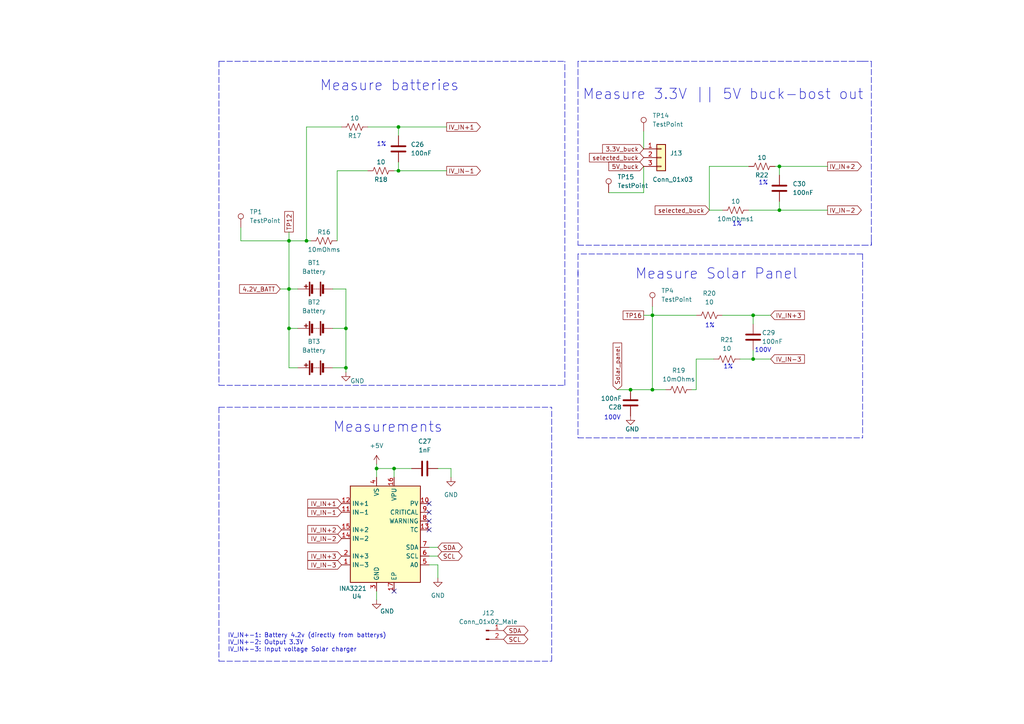
<source format=kicad_sch>
(kicad_sch (version 20211123) (generator eeschema)
  (paper "A4")
  (lib_symbols
    (symbol "Connector:Conn_01x02_Male" (pin_names (offset 1.016) hide)
      (property "Reference" "J" (at 0 2.54 0))
      (property "Value" "Conn_01x02_Male" (at 0 -5.08 0))
      (symbol "Conn_01x02_Male_1_1"
        (polyline (pts (xy 1.27 -2.54) (xy 0.8636 -2.54)) (stroke (width 0.1524)))
        (polyline (pts (xy 1.27 0) (xy 0.8636 0)) (stroke (width 0.1524)))
        (rectangle (start 0.8636 -2.413) (end 0 -2.667) (stroke (width 0.1524)) (fill (type outline)))
        (rectangle (start 0.8636 0.127) (end 0 -0.127) (stroke (width 0.1524)) (fill (type outline)))
        (pin passive line (at 5.08 0 180) (length 3.81) (name "Pin_1") (number "1"))
        (pin passive line (at 5.08 -2.54 180) (length 3.81) (name "Pin_2") (number "2"))
      )
    )
    (symbol "Connector:TestPoint" (pin_numbers hide) (pin_names (offset 0.762) hide)
      (property "Reference" "TP" (at 0 6.858 0))
      (property "Value" "TestPoint" (at 0 5.08 0))
      (symbol "TestPoint_0_1"
        (circle (center 0 3.302) (radius 0.762))
      )
      (symbol "TestPoint_1_1"
        (pin passive line (at 0 0 90) (length 2.54) (name "1") (number "1"))
      )
    )
    (symbol "Connector_Generic:Conn_01x03" (pin_names (offset 1.016) hide)
      (property "Reference" "J" (at 0 5.08 0))
      (property "Value" "Conn_01x03" (at 0 -5.08 0))
      (symbol "Conn_01x03_1_1"
        (rectangle (start -1.27 -2.413) (end 0 -2.667) (stroke (width 0.1524)))
        (rectangle (start -1.27 0.127) (end 0 -0.127) (stroke (width 0.1524)))
        (rectangle (start -1.27 2.667) (end 0 2.413) (stroke (width 0.1524)))
        (rectangle (start -1.27 3.81) (end 1.27 -3.81) (stroke (width 0.254)) (fill (type background)))
        (pin passive line (at -5.08 2.54 0) (length 3.81) (name "Pin_1") (number "1"))
        (pin passive line (at -5.08 0 0) (length 3.81) (name "Pin_2") (number "2"))
        (pin passive line (at -5.08 -2.54 0) (length 3.81) (name "Pin_3") (number "3"))
      )
    )
    (symbol "Device:Battery" (pin_numbers hide) (pin_names (offset 0) hide)
      (property "Reference" "BT" (at 2.54 2.54 0))
      (property "Value" "Battery" (at 2.54 0 0))
      (symbol "Battery_0_1"
        (rectangle (start -2.032 -1.397) (end 2.032 -1.651) (fill (type outline)))
        (rectangle (start -2.032 1.778) (end 2.032 1.524) (fill (type outline)))
        (rectangle (start -1.3208 -1.9812) (end 1.27 -2.4892) (fill (type outline)))
        (rectangle (start -1.3208 1.1938) (end 1.27 0.6858) (fill (type outline)))
        (polyline (pts (xy 0 -1.524) (xy 0 -1.27)))
        (polyline (pts (xy 0 -1.016) (xy 0 -0.762)))
        (polyline (pts (xy 0 -0.508) (xy 0 -0.254)))
        (polyline (pts (xy 0 0) (xy 0 0.254)))
        (polyline (pts (xy 0 0.508) (xy 0 0.762)))
        (polyline (pts (xy 0 1.778) (xy 0 2.54)))
        (polyline (pts (xy 0.254 2.667) (xy 1.27 2.667)) (stroke (width 0.254)))
        (polyline (pts (xy 0.762 3.175) (xy 0.762 2.159)) (stroke (width 0.254)))
      )
      (symbol "Battery_1_1"
        (pin passive line (at 0 5.08 270) (length 2.54) (name "+") (number "1"))
        (pin passive line (at 0 -5.08 90) (length 2.54) (name "-") (number "2"))
      )
    )
    (symbol "Device:C" (pin_numbers hide) (pin_names (offset 0.254))
      (property "Reference" "C" (at 0.635 2.54 0))
      (property "Value" "C" (at 0.635 -2.54 0))
      (symbol "C_0_1"
        (polyline (pts (xy -2.032 -0.762) (xy 2.032 -0.762)) (stroke (width 0.508)))
        (polyline (pts (xy -2.032 0.762) (xy 2.032 0.762)) (stroke (width 0.508)))
      )
      (symbol "C_1_1"
        (pin passive line (at 0 3.81 270) (length 2.794) (name "~") (number "1"))
        (pin passive line (at 0 -3.81 90) (length 2.794) (name "~") (number "2"))
      )
    )
    (symbol "Device:R_US" (pin_numbers hide) (pin_names (offset 0))
      (property "Reference" "R" (at 2.54 0 90))
      (property "Value" "R_US" (at -2.54 0 90))
      (symbol "R_US_0_1"
        (polyline (pts (xy 0 -2.286) (xy 0 -2.54)))
        (polyline (pts (xy 0 2.286) (xy 0 2.54)))
        (polyline (pts (xy 0 -0.762) (xy 1.016 -1.143) (xy 0 -1.524) (xy -1.016 -1.905) (xy 0 -2.286)))
        (polyline (pts (xy 0 0.762) (xy 1.016 0.381) (xy 0 0) (xy -1.016 -0.381) (xy 0 -0.762)))
        (polyline (pts (xy 0 2.286) (xy 1.016 1.905) (xy 0 1.524) (xy -1.016 1.143) (xy 0 0.762)))
      )
      (symbol "R_US_1_1"
        (pin passive line (at 0 3.81 270) (length 1.27) (name "~") (number "1"))
        (pin passive line (at 0 -3.81 90) (length 1.27) (name "~") (number "2"))
      )
    )
    (symbol "Power_Management:INA3221"
      (property "Reference" "U" (at -10.16 17.78 0))
      (property "Value" "INA3221" (at 5.08 17.78 0))
      (symbol "INA3221_0_1"
        (rectangle (start 10.16 -12.7) (end -10.16 15.24) (stroke (width 0.254)) (fill (type background)))
      )
      (symbol "INA3221_1_1"
        (pin input line (at -12.7 -7.62 0) (length 2.54) (name "IN-3") (number "1"))
        (pin open_collector line (at 12.7 10.16 180) (length 2.54) (name "PV") (number "10"))
        (pin input line (at -12.7 7.62 0) (length 2.54) (name "IN-1") (number "11"))
        (pin input line (at -12.7 10.16 0) (length 2.54) (name "IN+1") (number "12"))
        (pin open_collector line (at 12.7 2.54 180) (length 2.54) (name "TC") (number "13"))
        (pin input line (at -12.7 0 0) (length 2.54) (name "IN-2") (number "14"))
        (pin input line (at -12.7 2.54 0) (length 2.54) (name "IN+2") (number "15"))
        (pin power_in line (at 2.54 17.78 270) (length 2.54) (name "VPU") (number "16"))
        (pin passive line (at 2.54 -15.24 90) (length 2.54) (name "EP") (number "17"))
        (pin input line (at -12.7 -5.08 0) (length 2.54) (name "IN+3") (number "2"))
        (pin power_in line (at -2.54 -15.24 90) (length 2.54) (name "GND") (number "3"))
        (pin power_in line (at -2.54 17.78 270) (length 2.54) (name "VS") (number "4"))
        (pin input line (at 12.7 -7.62 180) (length 2.54) (name "A0") (number "5"))
        (pin input line (at 12.7 -5.08 180) (length 2.54) (name "SCL") (number "6"))
        (pin bidirectional line (at 12.7 -2.54 180) (length 2.54) (name "SDA") (number "7"))
        (pin open_collector line (at 12.7 5.08 180) (length 2.54) (name "WARNING") (number "8"))
        (pin open_collector line (at 12.7 7.62 180) (length 2.54) (name "CRITICAL") (number "9"))
      )
    )
    (symbol "power:+5V" (power) (pin_names (offset 0))
      (property "Value" "+5V" (at 0 3.556 0))
      (symbol "+5V_0_1"
        (polyline (pts (xy -0.762 1.27) (xy 0 2.54)))
        (polyline (pts (xy 0 0) (xy 0 2.54)))
        (polyline (pts (xy 0 2.54) (xy 0.762 1.27)))
      )
      (symbol "+5V_1_1"
        (pin power_in line (at 0 0 90) (length 0) hide (name "+5V") (number "1"))
      )
    )
    (symbol "power:GND" (power) (pin_names (offset 0))
      (property "Value" "GND" (at 0 -3.81 0))
      (symbol "GND_0_1"
        (polyline (pts (xy 0 0) (xy 0 -1.27) (xy 1.27 -1.27) (xy 0 -2.54) (xy -1.27 -1.27) (xy 0 -1.27)))
      )
      (symbol "GND_1_1"
        (pin power_in line (at 0 0 270) (length 0) hide (name "GND") (number "1"))
      )
    )
  )
  (junction (at 83.82 95.25))
  (junction (at 83.82 69.85))
  (junction (at 182.88 113.03))
  (junction (at 109.22 135.89))
  (junction (at 115.57 36.83))
  (junction (at 189.23 113.03))
  (junction (at 189.23 91.44))
  (junction (at 218.44 104.14))
  (junction (at 100.33 106.68))
  (junction (at 88.9 69.85))
  (junction (at 100.33 95.25))
  (junction (at 83.82 83.82))
  (junction (at 226.06 48.26))
  (junction (at 114.3 135.89))
  (junction (at 226.06 60.96))
  (junction (at 218.44 91.44))
  (junction (at 115.57 49.53))
  (no_connect (at 124.46 151.13))
  (no_connect (at 124.46 153.67))
  (no_connect (at 114.3 171.45))
  (no_connect (at 124.46 148.59))
  (no_connect (at 124.46 146.05))
  (wire (pts (xy 130.81 135.89) (xy 130.81 138.43)))
  (wire (pts (xy 218.44 91.44) (xy 218.44 93.98)))
  (polyline (pts (xy 160.02 191.77) (xy 160.02 118.11)))
  (wire (pts (xy 224.79 48.26) (xy 226.06 48.26)))
  (wire (pts (xy 186.69 55.88) (xy 186.69 48.26)))
  (wire (pts (xy 226.06 60.96) (xy 240.03 60.96)))
  (wire (pts (xy 88.9 36.83) (xy 88.9 69.85)))
  (wire (pts (xy 83.82 67.31) (xy 83.82 69.85)))
  (wire (pts (xy 115.57 46.99) (xy 115.57 49.53)))
  (polyline (pts (xy 252.73 71.12) (xy 252.73 69.85)))
  (wire (pts (xy 217.17 48.26) (xy 205.74 48.26)))
  (wire (pts (xy 86.36 83.82) (xy 83.82 83.82)))
  (wire (pts (xy 205.74 48.26) (xy 205.74 60.96)))
  (wire (pts (xy 201.93 104.14) (xy 201.93 113.03)))
  (wire (pts (xy 97.79 49.53) (xy 106.68 49.53)))
  (polyline (pts (xy 163.83 111.76) (xy 163.83 17.78)))
  (wire (pts (xy 182.88 113.03) (xy 189.23 113.03)))
  (wire (pts (xy 96.52 83.82) (xy 100.33 83.82)))
  (wire (pts (xy 189.23 88.9) (xy 189.23 91.44)))
  (polyline (pts (xy 252.73 17.78) (xy 252.73 71.12)))
  (wire (pts (xy 124.46 163.83) (xy 127 163.83)))
  (polyline (pts (xy 250.19 73.66) (xy 250.19 127)))
  (wire (pts (xy 109.22 134.62) (xy 109.22 135.89)))
  (wire (pts (xy 97.79 49.53) (xy 97.79 69.85)))
  (polyline (pts (xy 63.5 17.78) (xy 63.5 111.76)))
  (wire (pts (xy 179.07 113.03) (xy 182.88 113.03)))
  (polyline (pts (xy 167.64 73.66) (xy 167.64 80.01)))
  (wire (pts (xy 176.53 55.88) (xy 186.69 55.88)))
  (wire (pts (xy 115.57 49.53) (xy 129.54 49.53)))
  (wire (pts (xy 100.33 95.25) (xy 100.33 106.68)))
  (wire (pts (xy 115.57 36.83) (xy 115.57 39.37)))
  (wire (pts (xy 209.55 91.44) (xy 218.44 91.44)))
  (polyline (pts (xy 250.19 17.78) (xy 252.73 17.78)))
  (wire (pts (xy 114.3 49.53) (xy 115.57 49.53)))
  (polyline (pts (xy 167.64 78.74) (xy 167.64 127)))
  (polyline (pts (xy 167.64 17.78) (xy 167.64 24.13)))
  (wire (pts (xy 83.82 69.85) (xy 88.9 69.85)))
  (wire (pts (xy 226.06 48.26) (xy 226.06 50.8)))
  (wire (pts (xy 88.9 36.83) (xy 99.06 36.83)))
  (wire (pts (xy 83.82 95.25) (xy 86.36 95.25)))
  (wire (pts (xy 186.69 43.18) (xy 186.69 38.1)))
  (wire (pts (xy 218.44 104.14) (xy 223.52 104.14)))
  (polyline (pts (xy 167.64 24.13) (xy 167.64 71.12)))
  (polyline (pts (xy 63.5 118.11) (xy 63.5 191.77)))
  (wire (pts (xy 100.33 83.82) (xy 100.33 95.25)))
  (polyline (pts (xy 63.5 191.77) (xy 160.02 191.77)))
  (wire (pts (xy 83.82 106.68) (xy 86.36 106.68)))
  (wire (pts (xy 201.93 104.14) (xy 207.01 104.14)))
  (polyline (pts (xy 63.5 118.11) (xy 160.02 118.11)))
  (wire (pts (xy 109.22 138.43) (xy 109.22 135.89)))
  (wire (pts (xy 83.82 69.85) (xy 83.82 83.82)))
  (wire (pts (xy 115.57 36.83) (xy 129.54 36.83)))
  (wire (pts (xy 124.46 161.29) (xy 127 161.29)))
  (wire (pts (xy 114.3 135.89) (xy 119.38 135.89)))
  (wire (pts (xy 205.74 60.96) (xy 209.55 60.96)))
  (wire (pts (xy 100.33 95.25) (xy 96.52 95.25)))
  (wire (pts (xy 127 163.83) (xy 127 167.64)))
  (polyline (pts (xy 63.5 111.76) (xy 163.83 111.76)))
  (wire (pts (xy 218.44 104.14) (xy 218.44 101.6)))
  (wire (pts (xy 189.23 113.03) (xy 193.04 113.03)))
  (polyline (pts (xy 250.19 73.66) (xy 167.64 73.66)))
  (polyline (pts (xy 63.5 17.78) (xy 163.83 17.78)))
  (wire (pts (xy 124.46 158.75) (xy 127 158.75)))
  (wire (pts (xy 96.52 106.68) (xy 100.33 106.68)))
  (wire (pts (xy 81.28 83.82) (xy 83.82 83.82)))
  (polyline (pts (xy 167.64 127) (xy 250.19 127)))
  (wire (pts (xy 69.85 69.85) (xy 83.82 69.85)))
  (wire (pts (xy 226.06 48.26) (xy 240.03 48.26)))
  (wire (pts (xy 69.85 66.04) (xy 69.85 69.85)))
  (wire (pts (xy 83.82 95.25) (xy 83.82 106.68)))
  (wire (pts (xy 106.68 36.83) (xy 115.57 36.83)))
  (wire (pts (xy 109.22 135.89) (xy 114.3 135.89)))
  (wire (pts (xy 114.3 138.43) (xy 114.3 135.89)))
  (wire (pts (xy 189.23 91.44) (xy 201.93 91.44)))
  (wire (pts (xy 189.23 91.44) (xy 189.23 113.03)))
  (polyline (pts (xy 250.19 17.78) (xy 167.64 17.78)))
  (wire (pts (xy 217.17 60.96) (xy 226.06 60.96)))
  (wire (pts (xy 109.22 171.45) (xy 109.22 173.99)))
  (wire (pts (xy 200.66 113.03) (xy 201.93 113.03)))
  (wire (pts (xy 218.44 91.44) (xy 223.52 91.44)))
  (polyline (pts (xy 250.19 71.12) (xy 252.73 71.12)))
  (wire (pts (xy 214.63 104.14) (xy 218.44 104.14)))
  (polyline (pts (xy 167.64 71.12) (xy 250.19 71.12)))
  (wire (pts (xy 127 135.89) (xy 130.81 135.89)))
  (wire (pts (xy 226.06 58.42) (xy 226.06 60.96)))
  (wire (pts (xy 83.82 83.82) (xy 83.82 95.25)))
  (wire (pts (xy 100.33 107.95) (xy 100.33 106.68)))
  (wire (pts (xy 186.69 91.44) (xy 189.23 91.44)))
  (wire (pts (xy 88.9 69.85) (xy 90.17 69.85)))
  (text "1%" (at 212.344 65.786 0) (effects (font (size 1.27 1.27)) (justify left bottom)))
  (text "100V" (at 223.7641 102.4034 180) (effects (font (size 1.27 1.27)) (justify right bottom)))
  (text "Measure Solar Panel" (at 184.15 81.28 0) (effects (font (size 3 3)) (justify left bottom)))
  (text "1%" (at 209.804 107.188 0) (effects (font (size 1.27 1.27)) (justify left bottom)))
  (text "1%" (at 204.47 95.25 0) (effects (font (size 1.27 1.27)) (justify left bottom)))
  (text "100V" (at 180.0761 121.9614 180) (effects (font (size 1.27 1.27)) (justify right bottom)))
  (text "Measurements" (at 96.52 125.73 0) (effects (font (size 3 3)) (justify left bottom)))
  (text "IV_IN+-1: Battery 4.2v (directly from batterys) \nIV_IN+-2: Output 3.3V\nIV_IN+-3: Input voltage Solar charger \n" (at 66.04 189.23 0) (effects (font (size 1.27 1.27)) (justify left bottom)))
  (text "1%" (at 219.964 53.848 0) (effects (font (size 1.27 1.27)) (justify left bottom)))
  (text "1%" (at 109.22 42.672 0) (effects (font (size 1.27 1.27)) (justify left bottom)))
  (text "Measure batteries" (at 92.71 26.67 0) (effects (font (size 3 3)) (justify left bottom)))
  (text "Measure 3.3V || 5V buck-bost out" (at 168.91 29.21 0) (effects (font (size 3 3)) (justify left bottom)))
  (global_label "TP12" (shape passive) (at 83.82 67.31 90) (property "Intersheet References" "${INTERSHEET_REFS}" (effects hide)))
  (global_label "selected_buck" (shape input) (at 205.74 60.96 180) (property "Intersheet References" "${INTERSHEET_REFS}" (effects hide)))
  (global_label "4.2V_BATT" (shape input) (at 81.28 83.82 180) (property "Intersheet References" "${INTERSHEET_REFS}" (effects hide)))
  (global_label "3.3V_buck" (shape input) (at 186.69 43.18 180) (property "Intersheet References" "${INTERSHEET_REFS}" (effects hide)))
  (global_label "SCL" (shape bidirectional) (at 127 161.29 0) (property "Intersheet References" "${INTERSHEET_REFS}" (effects hide)))
  (global_label "IV_IN-2" (shape input) (at 99.06 156.21 180) (property "Intersheet References" "${INTERSHEET_REFS}" (effects hide)))
  (global_label "IV_IN+2" (shape output) (at 240.03 48.26 0) (property "Intersheet References" "${INTERSHEET_REFS}" (effects hide)))
  (global_label "IV_IN+3" (shape input) (at 99.06 161.29 180) (property "Intersheet References" "${INTERSHEET_REFS}" (effects hide)))
  (global_label "IV_IN-1" (shape output) (at 129.54 49.53 0) (property "Intersheet References" "${INTERSHEET_REFS}" (effects hide)))
  (global_label "IV_IN-1" (shape input) (at 99.06 148.59 180) (property "Intersheet References" "${INTERSHEET_REFS}" (effects hide)))
  (global_label "IV_IN+2" (shape input) (at 99.06 153.67 180) (property "Intersheet References" "${INTERSHEET_REFS}" (effects hide)))
  (global_label "IV_IN+3" (shape input) (at 223.52 91.44 0) (property "Intersheet References" "${INTERSHEET_REFS}" (effects hide)))
  (global_label "SDA" (shape bidirectional) (at 146.05 182.88 0) (property "Intersheet References" "${INTERSHEET_REFS}" (effects hide)))
  (global_label "selected_buck" (shape input) (at 186.69 45.72 180) (property "Intersheet References" "${INTERSHEET_REFS}" (effects hide)))
  (global_label "IV_IN-3" (shape input) (at 99.06 163.83 180) (property "Intersheet References" "${INTERSHEET_REFS}" (effects hide)))
  (global_label "SDA" (shape bidirectional) (at 127 158.75 0) (property "Intersheet References" "${INTERSHEET_REFS}" (effects hide)))
  (global_label "5V_buck" (shape input) (at 186.69 48.26 180) (property "Intersheet References" "${INTERSHEET_REFS}" (effects hide)))
  (global_label "IV_IN+1" (shape output) (at 129.54 36.83 0) (property "Intersheet References" "${INTERSHEET_REFS}" (effects hide)))
  (global_label "TP16" (shape passive) (at 186.69 91.44 180) (property "Intersheet References" "${INTERSHEET_REFS}" (effects hide)))
  (global_label "Solar_panel" (shape input) (at 179.07 113.03 90) (property "Intersheet References" "${INTERSHEET_REFS}" (effects hide)))
  (global_label "IV_IN+1" (shape input) (at 99.06 146.05 180) (property "Intersheet References" "${INTERSHEET_REFS}" (effects hide)))
  (global_label "SCL" (shape bidirectional) (at 146.05 185.42 0) (property "Intersheet References" "${INTERSHEET_REFS}" (effects hide)))
  (global_label "IV_IN-2" (shape output) (at 240.03 60.96 0) (property "Intersheet References" "${INTERSHEET_REFS}" (effects hide)))
  (global_label "IV_IN-3" (shape input) (at 223.52 104.14 0) (property "Intersheet References" "${INTERSHEET_REFS}" (effects hide)))
  (symbol (lib_id "Power_Management:INA3221") (at 111.76 156.21 0) (unit 1)
    (property "Reference" "U4" (at 102.108 172.974 0) (effects (justify left)))
    (property "Value" "INA3221" (at 98.298 170.688 0) (effects (justify left)))
    (property "Footprint" "Package_DFN_QFN:Texas_RGV_S-PVQFN-N16_EP2.1x2.1mm" (effects hide))
    (property "Datasheet" "http://www.ti.com/lit/ds/symlink/ina3221.pdf" (effects hide))
  )
  (symbol (lib_id "Device:C") (at 182.88 116.84 180) (unit 1)
    (property "Reference" "C28" (at 180.34 118.11 0) (effects (justify left)))
    (property "Value" "100nF" (at 180.34 115.57 0) (effects (justify left)))
    (property "Footprint" "Capacitor_SMD:C_0805_2012Metric" (effects hide))
  )
  (symbol (lib_id "Connector:TestPoint") (at 176.53 55.88 0) (unit 1)
    (property "Reference" "TP15" (at 179.07 51.3079 0) (effects (justify left)))
    (property "Value" "TestPoint" (at 179.07 53.8479 0) (effects (justify left)))
    (property "Footprint" "TestPoint:TestPoint_Loop_D2.54mm_Drill1.5mm_Beaded" (effects hide))
  )
  (symbol (lib_id "Device:R_US") (at 205.74 91.44 270) (unit 1)
    (property "Reference" "R20" (at 205.74 85.09 90))
    (property "Value" "10" (at 205.74 87.63 90))
    (property "Footprint" "Resistor_SMD:R_0805_2012Metric" (effects hide))
  )
  (symbol (lib_id "Connector:TestPoint") (at 69.85 66.04 0) (unit 1)
    (property "Reference" "TP1" (at 72.39 61.4679 0) (effects (justify left)))
    (property "Value" "TestPoint" (at 72.39 64.0079 0) (effects (justify left)))
    (property "Footprint" "TestPoint:TestPoint_Loop_D2.54mm_Drill1.5mm_Beaded" (effects hide))
  )
  (symbol (lib_id "Connector:TestPoint") (at 186.69 38.1 0) (unit 1)
    (property "Reference" "TP14" (at 189.23 33.5279 0) (effects (justify left)))
    (property "Value" "TestPoint" (at 189.23 36.0679 0) (effects (justify left)))
    (property "Footprint" "TestPoint:TestPoint_Loop_D2.54mm_Drill1.5mm_Beaded" (effects hide))
  )
  (symbol (lib_id "Device:R_US") (at 213.36 60.96 90) (unit 1)
    (property "Reference" "10mOhms1" (at 213.36 63.5 90))
    (property "Value" "10" (at 213.36 58.42 90))
    (property "Footprint" "Resistor_SMD:R_0805_2012Metric" (effects hide))
  )
  (symbol (lib_id "power:GND") (at 100.33 107.95 0) (unit 1)
    (property "Reference" "#PWR034" (effects hide))
    (property "Value" "GND" (at 101.6 110.49 0) (effects (justify left)))
  )
  (symbol (lib_id "Device:R_US") (at 93.98 69.85 90) (unit 1)
    (property "Reference" "R16" (at 93.98 67.31 90))
    (property "Value" "10mOhms" (at 93.98 72.39 90))
    (property "Footprint" "Resistor_SMD:R_0805_2012Metric" (effects hide))
  )
  (symbol (lib_id "power:GND") (at 127 167.64 0) (unit 1)
    (property "Reference" "#PWR038" (effects hide))
    (property "Value" "GND" (at 127 172.72 0))
  )
  (symbol (lib_id "Device:R_US") (at 196.85 113.03 270) (unit 1)
    (property "Reference" "R19" (at 196.85 107.442 90))
    (property "Value" "10mOhms" (at 196.85 109.982 90))
    (property "Footprint" "Resistor_SMD:R_0805_2012Metric" (effects hide))
  )
  (symbol (lib_id "Device:Battery") (at 91.44 95.25 90) (unit 1)
    (property "Reference" "BT2" (at 91.059 87.63 90))
    (property "Value" "Battery" (at 91.059 90.17 90))
    (property "Footprint" "Battery:BatteryHolder_MPD_BH-18650-PC2" (effects hide))
  )
  (symbol (lib_id "Connector:TestPoint") (at 189.23 88.9 0) (unit 1)
    (property "Reference" "TP4" (at 191.77 84.3279 0) (effects (justify left)))
    (property "Value" "TestPoint" (at 191.77 86.8679 0) (effects (justify left)))
    (property "Footprint" "TestPoint:TestPoint_Loop_D2.54mm_Drill1.5mm_Beaded" (effects hide))
  )
  (symbol (lib_id "Device:R_US") (at 102.87 36.83 90) (unit 1)
    (property "Reference" "R17" (at 102.87 39.37 90))
    (property "Value" "10" (at 102.87 34.29 90))
    (property "Footprint" "Resistor_SMD:R_0805_2012Metric" (effects hide))
  )
  (symbol (lib_id "Device:C") (at 218.44 97.79 0) (unit 1)
    (property "Reference" "C29" (at 220.98 96.52 0) (effects (justify left)))
    (property "Value" "100nF" (at 220.98 99.06 0) (effects (justify left)))
    (property "Footprint" "Capacitor_SMD:C_0805_2012Metric" (effects hide))
  )
  (symbol (lib_id "Device:C") (at 115.57 43.18 0) (unit 1)
    (property "Reference" "C26" (at 119.126 41.9099 0) (effects (justify left)))
    (property "Value" "100nF" (at 119.126 44.4499 0) (effects (justify left)))
    (property "Footprint" "Capacitor_SMD:C_0805_2012Metric" (effects hide))
  )
  (symbol (lib_id "power:GND") (at 109.22 173.99 0) (unit 1)
    (property "Reference" "#PWR036" (effects hide))
    (property "Value" "GND" (at 112.268 177.292 0))
  )
  (symbol (lib_id "Device:Battery") (at 91.44 83.82 90) (unit 1)
    (property "Reference" "BT1" (at 91.059 76.2 90))
    (property "Value" "Battery" (at 91.059 78.74 90))
    (property "Footprint" "Battery:BatteryHolder_MPD_BH-18650-PC2" (effects hide))
  )
  (symbol (lib_id "power:+5V") (at 109.22 134.62 0) (unit 1)
    (property "Reference" "#PWR035" (effects hide))
    (property "Value" "+5V" (at 109.22 129.286 0))
  )
  (symbol (lib_id "Device:R_US") (at 110.49 49.53 90) (unit 1)
    (property "Reference" "R18" (at 110.49 52.07 90))
    (property "Value" "10" (at 110.49 46.99 90))
    (property "Footprint" "Resistor_SMD:R_0805_2012Metric" (effects hide))
  )
  (symbol (lib_id "Device:R_US") (at 220.98 48.26 90) (unit 1)
    (property "Reference" "R22" (at 220.98 50.8 90))
    (property "Value" "10" (at 220.98 45.72 90))
    (property "Footprint" "Resistor_SMD:R_0805_2012Metric" (effects hide))
  )
  (symbol (lib_id "Device:C") (at 226.06 54.61 0) (unit 1)
    (property "Reference" "C30" (at 229.87 53.3399 0) (effects (justify left)))
    (property "Value" "100nF" (at 229.87 55.8799 0) (effects (justify left)))
    (property "Footprint" "Capacitor_SMD:C_0805_2012Metric" (effects hide))
  )
  (symbol (lib_id "power:GND") (at 130.81 138.43 0) (unit 1)
    (property "Reference" "#PWR039" (effects hide))
    (property "Value" "GND" (at 130.81 143.51 0))
  )
  (symbol (lib_id "power:GND") (at 182.88 120.65 0) (unit 1)
    (property "Reference" "#PWR040" (effects hide))
    (property "Value" "GND" (at 185.42 124.46 0) (effects (justify right)))
  )
  (symbol (lib_id "Device:Battery") (at 91.44 106.68 90) (unit 1)
    (property "Reference" "BT3" (at 91.059 99.06 90))
    (property "Value" "Battery" (at 91.059 101.6 90))
    (property "Footprint" "Battery:BatteryHolder_MPD_BH-18650-PC2" (effects hide))
  )
  (symbol (lib_id "Device:R_US") (at 210.82 104.14 270) (unit 1)
    (property "Reference" "R21" (at 210.82 98.552 90))
    (property "Value" "10" (at 210.82 101.092 90))
    (property "Footprint" "Resistor_SMD:R_0805_2012Metric" (effects hide))
  )
  (symbol (lib_id "Connector:Conn_01x02_Male") (at 140.97 182.88 0) (unit 1)
    (property "Reference" "J12" (at 141.605 177.8 0))
    (property "Value" "Conn_01x02_Male" (at 141.605 180.34 0))
    (property "Footprint" "Connector_PinHeader_2.54mm:PinHeader_1x02_P2.54mm_Vertical" (effects hide))
  )
  (symbol (lib_id "Connector_Generic:Conn_01x03") (at 191.77 45.72 0) (unit 1)
    (property "Reference" "J13" (at 194.31 44.4499 0) (effects (justify left)))
    (property "Value" "Conn_01x03" (at 189.23 52.07 0) (effects (justify left)))
    (property "Footprint" "Connector_PinHeader_2.54mm:PinHeader_1x03_P2.54mm_Vertical" (effects hide))
  )
  (symbol (lib_id "Device:C") (at 123.19 135.89 90) (unit 1)
    (property "Reference" "C27" (at 123.19 128.016 90))
    (property "Value" "1nF" (at 123.19 130.556 90))
    (property "Footprint" "Capacitor_SMD:C_0805_2012Metric" (effects hide))
  )
)
</source>
